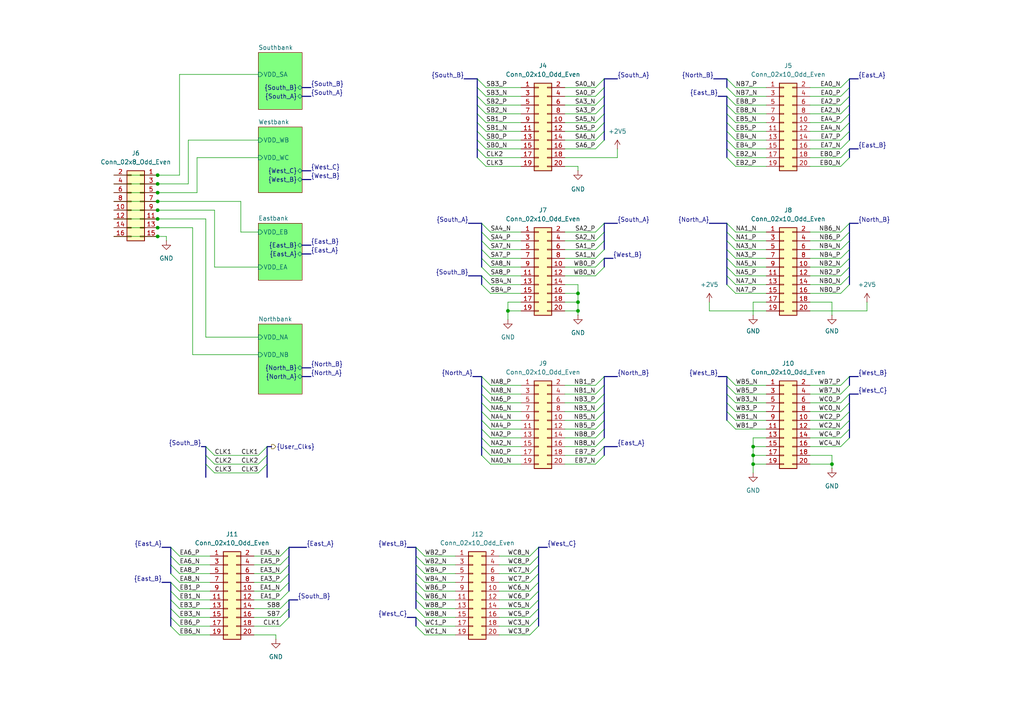
<source format=kicad_sch>
(kicad_sch (version 20231120) (generator "eeschema") (generator_version "8.0")
  (paper "A4")
  (title_block (title "SoM Programmer & Tester") (date "2024-12-20") (rev "0.1") (company "Technische Hochschule Köln") (comment 1 "Felix Sebastian Nitz"))
  (lib_symbols
    (symbol "Connector_Generic:Conn_02x08_Odd_Even" (pin_names (offset 1.016) hide)
      (property "Reference" "J" (at 1.27 10.16 0))
      (property "Value" "Conn_02x08_Odd_Even" (at 1.27 -12.7 0))
      (symbol "Conn_02x08_Odd_Even_1_1"
        (rectangle (start -1.27 -10.033) (end 0 -10.287) (stroke (width 0.1524)))
        (rectangle (start -1.27 -7.493) (end 0 -7.747) (stroke (width 0.1524)))
        (rectangle (start -1.27 -4.953) (end 0 -5.207) (stroke (width 0.1524)))
        (rectangle (start -1.27 -2.413) (end 0 -2.667) (stroke (width 0.1524)))
        (rectangle (start -1.27 0.127) (end 0 -0.127) (stroke (width 0.1524)))
        (rectangle (start -1.27 2.667) (end 0 2.413) (stroke (width 0.1524)))
        (rectangle (start -1.27 5.207) (end 0 4.953) (stroke (width 0.1524)))
        (rectangle (start -1.27 7.747) (end 0 7.493) (stroke (width 0.1524)))
        (rectangle (start -1.27 8.89) (end 3.81 -11.43) (stroke (width 0.254)) (fill (type background)))
        (rectangle (start 3.81 -10.033) (end 2.54 -10.287) (stroke (width 0.1524)))
        (rectangle (start 3.81 -7.493) (end 2.54 -7.747) (stroke (width 0.1524)))
        (rectangle (start 3.81 -4.953) (end 2.54 -5.207) (stroke (width 0.1524)))
        (rectangle (start 3.81 -2.413) (end 2.54 -2.667) (stroke (width 0.1524)))
        (rectangle (start 3.81 0.127) (end 2.54 -0.127) (stroke (width 0.1524)))
        (rectangle (start 3.81 2.667) (end 2.54 2.413) (stroke (width 0.1524)))
        (rectangle (start 3.81 5.207) (end 2.54 4.953) (stroke (width 0.1524)))
        (rectangle (start 3.81 7.747) (end 2.54 7.493) (stroke (width 0.1524)))
        (pin passive line (at -5.08 7.62 0) (length 3.81) (name "Pin_1") (number "1"))
        (pin passive line (at 7.62 -2.54 180) (length 3.81) (name "Pin_10") (number "10"))
        (pin passive line (at -5.08 -5.08 0) (length 3.81) (name "Pin_11") (number "11"))
        (pin passive line (at 7.62 -5.08 180) (length 3.81) (name "Pin_12") (number "12"))
        (pin passive line (at -5.08 -7.62 0) (length 3.81) (name "Pin_13") (number "13"))
        (pin passive line (at 7.62 -7.62 180) (length 3.81) (name "Pin_14") (number "14"))
        (pin passive line (at -5.08 -10.16 0) (length 3.81) (name "Pin_15") (number "15"))
        (pin passive line (at 7.62 -10.16 180) (length 3.81) (name "Pin_16") (number "16"))
        (pin passive line (at 7.62 7.62 180) (length 3.81) (name "Pin_2") (number "2"))
        (pin passive line (at -5.08 5.08 0) (length 3.81) (name "Pin_3") (number "3"))
        (pin passive line (at 7.62 5.08 180) (length 3.81) (name "Pin_4") (number "4"))
        (pin passive line (at -5.08 2.54 0) (length 3.81) (name "Pin_5") (number "5"))
        (pin passive line (at 7.62 2.54 180) (length 3.81) (name "Pin_6") (number "6"))
        (pin passive line (at -5.08 0 0) (length 3.81) (name "Pin_7") (number "7"))
        (pin passive line (at 7.62 0 180) (length 3.81) (name "Pin_8") (number "8"))
        (pin passive line (at -5.08 -2.54 0) (length 3.81) (name "Pin_9") (number "9"))
      )
    )
    (symbol "Connector_Generic:Conn_02x10_Odd_Even" (pin_names (offset 1.016) hide)
      (property "Reference" "J" (at 1.27 12.7 0))
      (property "Value" "Conn_02x10_Odd_Even" (at 1.27 -15.24 0))
      (symbol "Conn_02x10_Odd_Even_1_1"
        (rectangle (start -1.27 -12.573) (end 0 -12.827) (stroke (width 0.1524)))
        (rectangle (start -1.27 -10.033) (end 0 -10.287) (stroke (width 0.1524)))
        (rectangle (start -1.27 -7.493) (end 0 -7.747) (stroke (width 0.1524)))
        (rectangle (start -1.27 -4.953) (end 0 -5.207) (stroke (width 0.1524)))
        (rectangle (start -1.27 -2.413) (end 0 -2.667) (stroke (width 0.1524)))
        (rectangle (start -1.27 0.127) (end 0 -0.127) (stroke (width 0.1524)))
        (rectangle (start -1.27 2.667) (end 0 2.413) (stroke (width 0.1524)))
        (rectangle (start -1.27 5.207) (end 0 4.953) (stroke (width 0.1524)))
        (rectangle (start -1.27 7.747) (end 0 7.493) (stroke (width 0.1524)))
        (rectangle (start -1.27 10.287) (end 0 10.033) (stroke (width 0.1524)))
        (rectangle (start -1.27 11.43) (end 3.81 -13.97) (stroke (width 0.254)) (fill (type background)))
        (rectangle (start 3.81 -12.573) (end 2.54 -12.827) (stroke (width 0.1524)))
        (rectangle (start 3.81 -10.033) (end 2.54 -10.287) (stroke (width 0.1524)))
        (rectangle (start 3.81 -7.493) (end 2.54 -7.747) (stroke (width 0.1524)))
        (rectangle (start 3.81 -4.953) (end 2.54 -5.207) (stroke (width 0.1524)))
        (rectangle (start 3.81 -2.413) (end 2.54 -2.667) (stroke (width 0.1524)))
        (rectangle (start 3.81 0.127) (end 2.54 -0.127) (stroke (width 0.1524)))
        (rectangle (start 3.81 2.667) (end 2.54 2.413) (stroke (width 0.1524)))
        (rectangle (start 3.81 5.207) (end 2.54 4.953) (stroke (width 0.1524)))
        (rectangle (start 3.81 7.747) (end 2.54 7.493) (stroke (width 0.1524)))
        (rectangle (start 3.81 10.287) (end 2.54 10.033) (stroke (width 0.1524)))
        (pin passive line (at -5.08 10.16 0) (length 3.81) (name "Pin_1") (number "1"))
        (pin passive line (at 7.62 0 180) (length 3.81) (name "Pin_10") (number "10"))
        (pin passive line (at -5.08 -2.54 0) (length 3.81) (name "Pin_11") (number "11"))
        (pin passive line (at 7.62 -2.54 180) (length 3.81) (name "Pin_12") (number "12"))
        (pin passive line (at -5.08 -5.08 0) (length 3.81) (name "Pin_13") (number "13"))
        (pin passive line (at 7.62 -5.08 180) (length 3.81) (name "Pin_14") (number "14"))
        (pin passive line (at -5.08 -7.62 0) (length 3.81) (name "Pin_15") (number "15"))
        (pin passive line (at 7.62 -7.62 180) (length 3.81) (name "Pin_16") (number "16"))
        (pin passive line (at -5.08 -10.16 0) (length 3.81) (name "Pin_17") (number "17"))
        (pin passive line (at 7.62 -10.16 180) (length 3.81) (name "Pin_18") (number "18"))
        (pin passive line (at -5.08 -12.7 0) (length 3.81) (name "Pin_19") (number "19"))
        (pin passive line (at 7.62 10.16 180) (length 3.81) (name "Pin_2") (number "2"))
        (pin passive line (at 7.62 -12.7 180) (length 3.81) (name "Pin_20") (number "20"))
        (pin passive line (at -5.08 7.62 0) (length 3.81) (name "Pin_3") (number "3"))
        (pin passive line (at 7.62 7.62 180) (length 3.81) (name "Pin_4") (number "4"))
        (pin passive line (at -5.08 5.08 0) (length 3.81) (name "Pin_5") (number "5"))
        (pin passive line (at 7.62 5.08 180) (length 3.81) (name "Pin_6") (number "6"))
        (pin passive line (at -5.08 2.54 0) (length 3.81) (name "Pin_7") (number "7"))
        (pin passive line (at 7.62 2.54 180) (length 3.81) (name "Pin_8") (number "8"))
        (pin passive line (at -5.08 0 0) (length 3.81) (name "Pin_9") (number "9"))
      )
    )
    (symbol "power:+2V5" (power) (pin_numbers hide) (pin_names (offset 0) hide)
      (property "Value" "+2V5" (at 0 3.556 0))
      (symbol "+2V5_0_1"
        (polyline (pts (xy -0.762 1.27) (xy 0 2.54)))
        (polyline (pts (xy 0 0) (xy 0 2.54)))
        (polyline (pts (xy 0 2.54) (xy 0.762 1.27)))
      )
      (symbol "+2V5_1_1"
        (pin power_in line (at 0 0 90) (length 0) (name "~") (number "1"))
      )
    )
    (symbol "power:GND" (power) (pin_numbers hide) (pin_names (offset 0) hide)
      (property "Value" "GND" (at 0 -3.81 0))
      (symbol "GND_0_1"
        (polyline (pts (xy 0 0) (xy 0 -1.27) (xy 1.27 -1.27) (xy 0 -2.54) (xy -1.27 -1.27) (xy 0 -1.27)))
      )
      (symbol "GND_1_1"
        (pin power_in line (at 0 0 270) (length 0) (name "~") (number "1"))
      )
    )
  )
  (junction (at 147.32 90.17))
  (junction (at 45.72 58.42))
  (junction (at 45.72 50.8))
  (junction (at 45.72 63.5))
  (junction (at 45.72 53.34))
  (junction (at 218.44 132.08))
  (junction (at 45.72 55.88))
  (junction (at 45.72 68.58))
  (junction (at 167.64 90.17))
  (junction (at 167.64 85.09))
  (junction (at 45.72 66.04))
  (junction (at 241.3 134.62))
  (junction (at 167.64 87.63))
  (junction (at 218.44 129.54))
  (junction (at 45.72 60.96))
  (junction (at 218.44 134.62))
  (bus_entry (at 210.82 74.93) (size 2.54 2.54))
  (bus_entry (at 139.7 119.38) (size 2.54 2.54))
  (bus_entry (at 49.53 166.37) (size 2.54 2.54))
  (bus_entry (at 120.65 168.91) (size 2.54 2.54))
  (bus_entry (at 175.26 25.4) (size -2.54 2.54))
  (bus_entry (at 246.38 40.64) (size -2.54 2.54))
  (bus_entry (at 83.82 166.37) (size -2.54 2.54))
  (bus_entry (at 49.53 179.07) (size 2.54 2.54))
  (bus_entry (at 210.82 114.3) (size 2.54 2.54))
  (bus_entry (at 246.38 27.94) (size -2.54 2.54))
  (bus_entry (at 210.82 121.92) (size 2.54 2.54))
  (bus_entry (at 175.26 114.3) (size -2.54 2.54))
  (bus_entry (at 246.38 38.1) (size -2.54 2.54))
  (bus_entry (at 138.43 40.64) (size 2.54 2.54))
  (bus_entry (at 175.26 119.38) (size -2.54 2.54))
  (bus_entry (at 246.38 82.55) (size -2.54 2.54))
  (bus_entry (at 246.38 72.39) (size -2.54 2.54))
  (bus_entry (at 175.26 30.48) (size -2.54 2.54))
  (bus_entry (at 138.43 33.02) (size 2.54 2.54))
  (bus_entry (at 175.26 22.86) (size -2.54 2.54))
  (bus_entry (at 77.47 134.62) (size -2.54 2.54))
  (bus_entry (at 246.38 116.84) (size -2.54 2.54))
  (bus_entry (at 120.65 173.99) (size 2.54 2.54))
  (bus_entry (at 138.43 43.18) (size 2.54 2.54))
  (bus_entry (at 175.26 111.76) (size -2.54 2.54))
  (bus_entry (at 120.65 179.07) (size 2.54 2.54))
  (bus_entry (at 175.26 127) (size -2.54 2.54))
  (bus_entry (at 139.7 80.01) (size 2.54 2.54))
  (bus_entry (at 175.26 121.92) (size -2.54 2.54))
  (bus_entry (at 156.21 166.37) (size -2.54 2.54))
  (bus_entry (at 175.26 33.02) (size -2.54 2.54))
  (bus_entry (at 246.38 33.02) (size -2.54 2.54))
  (bus_entry (at 120.65 163.83) (size 2.54 2.54))
  (bus_entry (at 138.43 30.48) (size 2.54 2.54))
  (bus_entry (at 139.7 74.93) (size 2.54 2.54))
  (bus_entry (at 210.82 116.84) (size 2.54 2.54))
  (bus_entry (at 210.82 69.85) (size 2.54 2.54))
  (bus_entry (at 175.26 38.1) (size -2.54 2.54))
  (bus_entry (at 175.26 116.84) (size -2.54 2.54))
  (bus_entry (at 83.82 163.83) (size -2.54 2.54))
  (bus_entry (at 120.65 166.37) (size 2.54 2.54))
  (bus_entry (at 246.38 124.46) (size -2.54 2.54))
  (bus_entry (at 246.38 30.48) (size -2.54 2.54))
  (bus_entry (at 49.53 176.53) (size 2.54 2.54))
  (bus_entry (at 138.43 22.86) (size 2.54 2.54))
  (bus_entry (at 210.82 43.18) (size 2.54 2.54))
  (bus_entry (at 156.21 163.83) (size -2.54 2.54))
  (bus_entry (at 83.82 168.91) (size -2.54 2.54))
  (bus_entry (at 210.82 33.02) (size 2.54 2.54))
  (bus_entry (at 49.53 181.61) (size 2.54 2.54))
  (bus_entry (at 77.47 129.54) (size -2.54 2.54))
  (bus_entry (at 246.38 127) (size -2.54 2.54))
  (bus_entry (at 83.82 171.45) (size -2.54 2.54))
  (bus_entry (at 210.82 38.1) (size 2.54 2.54))
  (bus_entry (at 139.7 69.85) (size 2.54 2.54))
  (bus_entry (at 59.69 129.54) (size 2.54 2.54))
  (bus_entry (at 210.82 27.94) (size 2.54 2.54))
  (bus_entry (at 210.82 45.72) (size 2.54 2.54))
  (bus_entry (at 139.7 64.77) (size 2.54 2.54))
  (bus_entry (at 139.7 82.55) (size 2.54 2.54))
  (bus_entry (at 210.82 77.47) (size 2.54 2.54))
  (bus_entry (at 210.82 82.55) (size 2.54 2.54))
  (bus_entry (at 210.82 25.4) (size 2.54 2.54))
  (bus_entry (at 139.7 116.84) (size 2.54 2.54))
  (bus_entry (at 175.26 132.08) (size -2.54 2.54))
  (bus_entry (at 175.26 67.31) (size -2.54 2.54))
  (bus_entry (at 77.47 132.08) (size -2.54 2.54))
  (bus_entry (at 139.7 124.46) (size 2.54 2.54))
  (bus_entry (at 120.65 158.75) (size 2.54 2.54))
  (bus_entry (at 175.26 124.46) (size -2.54 2.54))
  (bus_entry (at 49.53 161.29) (size 2.54 2.54))
  (bus_entry (at 246.38 35.56) (size -2.54 2.54))
  (bus_entry (at 246.38 74.93) (size -2.54 2.54))
  (bus_entry (at 246.38 22.86) (size -2.54 2.54))
  (bus_entry (at 175.26 35.56) (size -2.54 2.54))
  (bus_entry (at 139.7 111.76) (size 2.54 2.54))
  (bus_entry (at 139.7 132.08) (size 2.54 2.54))
  (bus_entry (at 246.38 114.3) (size -2.54 2.54))
  (bus_entry (at 210.82 72.39) (size 2.54 2.54))
  (bus_entry (at 83.82 179.07) (size -2.54 2.54))
  (bus_entry (at 120.65 161.29) (size 2.54 2.54))
  (bus_entry (at 139.7 121.92) (size 2.54 2.54))
  (bus_entry (at 139.7 127) (size 2.54 2.54))
  (bus_entry (at 59.69 134.62) (size 2.54 2.54))
  (bus_entry (at 156.21 158.75) (size -2.54 2.54))
  (bus_entry (at 210.82 109.22) (size 2.54 2.54))
  (bus_entry (at 138.43 25.4) (size 2.54 2.54))
  (bus_entry (at 246.38 67.31) (size -2.54 2.54))
  (bus_entry (at 49.53 158.75) (size 2.54 2.54))
  (bus_entry (at 175.26 72.39) (size -2.54 2.54))
  (bus_entry (at 175.26 129.54) (size -2.54 2.54))
  (bus_entry (at 246.38 121.92) (size -2.54 2.54))
  (bus_entry (at 120.65 171.45) (size 2.54 2.54))
  (bus_entry (at 246.38 109.22) (size -2.54 2.54))
  (bus_entry (at 156.21 168.91) (size -2.54 2.54))
  (bus_entry (at 156.21 171.45) (size -2.54 2.54))
  (bus_entry (at 246.38 111.76) (size -2.54 2.54))
  (bus_entry (at 139.7 72.39) (size 2.54 2.54))
  (bus_entry (at 156.21 181.61) (size -2.54 2.54))
  (bus_entry (at 139.7 77.47) (size 2.54 2.54))
  (bus_entry (at 156.21 179.07) (size -2.54 2.54))
  (bus_entry (at 175.26 74.93) (size -2.54 2.54))
  (bus_entry (at 246.38 80.01) (size -2.54 2.54))
  (bus_entry (at 175.26 27.94) (size -2.54 2.54))
  (bus_entry (at 175.26 77.47) (size -2.54 2.54))
  (bus_entry (at 139.7 67.31) (size 2.54 2.54))
  (bus_entry (at 210.82 40.64) (size 2.54 2.54))
  (bus_entry (at 156.21 176.53) (size -2.54 2.54))
  (bus_entry (at 210.82 111.76) (size 2.54 2.54))
  (bus_entry (at 246.38 77.47) (size -2.54 2.54))
  (bus_entry (at 210.82 35.56) (size 2.54 2.54))
  (bus_entry (at 210.82 119.38) (size 2.54 2.54))
  (bus_entry (at 246.38 43.18) (size -2.54 2.54))
  (bus_entry (at 49.53 173.99) (size 2.54 2.54))
  (bus_entry (at 83.82 161.29) (size -2.54 2.54))
  (bus_entry (at 210.82 67.31) (size 2.54 2.54))
  (bus_entry (at 138.43 27.94) (size 2.54 2.54))
  (bus_entry (at 83.82 176.53) (size -2.54 2.54))
  (bus_entry (at 210.82 22.86) (size 2.54 2.54))
  (bus_entry (at 156.21 173.99) (size -2.54 2.54))
  (bus_entry (at 246.38 119.38) (size -2.54 2.54))
  (bus_entry (at 83.82 173.99) (size -2.54 2.54))
  (bus_entry (at 49.53 168.91) (size 2.54 2.54))
  (bus_entry (at 139.7 129.54) (size 2.54 2.54))
  (bus_entry (at 139.7 114.3) (size 2.54 2.54))
  (bus_entry (at 175.26 69.85) (size -2.54 2.54))
  (bus_entry (at 246.38 69.85) (size -2.54 2.54))
  (bus_entry (at 83.82 158.75) (size -2.54 2.54))
  (bus_entry (at 175.26 40.64) (size -2.54 2.54))
  (bus_entry (at 210.82 64.77) (size 2.54 2.54))
  (bus_entry (at 138.43 35.56) (size 2.54 2.54))
  (bus_entry (at 49.53 163.83) (size 2.54 2.54))
  (bus_entry (at 246.38 25.4) (size -2.54 2.54))
  (bus_entry (at 138.43 45.72) (size 2.54 2.54))
  (bus_entry (at 49.53 171.45) (size 2.54 2.54))
  (bus_entry (at 210.82 30.48) (size 2.54 2.54))
  (bus_entry (at 120.65 181.61) (size 2.54 2.54))
  (bus_entry (at 120.65 176.53) (size 2.54 2.54))
  (bus_entry (at 246.38 64.77) (size -2.54 2.54))
  (bus_entry (at 175.26 64.77) (size -2.54 2.54))
  (bus_entry (at 139.7 109.22) (size 2.54 2.54))
  (bus_entry (at 210.82 80.01) (size 2.54 2.54))
  (bus_entry (at 175.26 109.22) (size -2.54 2.54))
  (bus_entry (at 138.43 38.1) (size 2.54 2.54))
  (bus_entry (at 156.21 161.29) (size -2.54 2.54))
  (bus_entry (at 59.69 132.08) (size 2.54 2.54))
  (bus_entry (at 246.38 45.72) (size -2.54 2.54))
  (wire (pts (xy 234.95 38.1) (xy 243.84 38.1)))
  (wire (pts (xy 144.78 166.37) (xy 153.67 166.37)))
  (wire (pts (xy 62.23 137.16) (xy 74.93 137.16)))
  (bus (pts (xy 59.69 134.62) (xy 59.69 138.43)))
  (wire (pts (xy 73.66 163.83) (xy 81.28 163.83)))
  (wire (pts (xy 73.66 161.29) (xy 81.28 161.29)))
  (wire (pts (xy 241.3 132.08) (xy 241.3 134.62)))
  (wire (pts (xy 151.13 124.46) (xy 142.24 124.46)))
  (wire (pts (xy 62.23 132.08) (xy 74.93 132.08)))
  (wire (pts (xy 234.95 127) (xy 243.84 127)))
  (wire (pts (xy 52.07 21.59) (xy 74.93 21.59)))
  (wire (pts (xy 241.3 91.44) (xy 241.3 87.63)))
  (wire (pts (xy 140.97 33.02) (xy 151.13 33.02)))
  (wire (pts (xy 123.19 181.61) (xy 132.08 181.61)))
  (wire (pts (xy 213.36 114.3) (xy 222.25 114.3)))
  (bus (pts (xy 175.26 69.85) (xy 175.26 72.39)))
  (wire (pts (xy 55.88 66.04) (xy 55.88 102.87)))
  (wire (pts (xy 243.84 77.47) (xy 234.95 77.47)))
  (wire (pts (xy 218.44 129.54) (xy 218.44 132.08)))
  (bus (pts (xy 156.21 176.53) (xy 156.21 179.07)))
  (wire (pts (xy 151.13 129.54) (xy 142.24 129.54)))
  (wire (pts (xy 151.13 121.92) (xy 142.24 121.92)))
  (bus (pts (xy 78.74 129.54) (xy 77.47 129.54)))
  (bus (pts (xy 207.01 22.86) (xy 210.82 22.86)))
  (bus (pts (xy 156.21 173.99) (xy 156.21 176.53)))
  (wire (pts (xy 218.44 134.62) (xy 222.25 134.62)))
  (bus (pts (xy 156.21 161.29) (xy 156.21 163.83)))
  (bus (pts (xy 246.38 22.86) (xy 246.38 25.4)))
  (wire (pts (xy 33.02 50.8) (xy 45.72 50.8)))
  (wire (pts (xy 52.07 176.53) (xy 60.96 176.53)))
  (bus (pts (xy 135.89 80.01) (xy 139.7 80.01)))
  (wire (pts (xy 163.83 132.08) (xy 172.72 132.08)))
  (wire (pts (xy 52.07 161.29) (xy 60.96 161.29)))
  (bus (pts (xy 175.26 64.77) (xy 175.26 67.31)))
  (bus (pts (xy 248.92 109.22) (xy 246.38 109.22)))
  (bus (pts (xy 208.28 109.22) (xy 210.82 109.22)))
  (bus (pts (xy 138.43 22.86) (xy 138.43 25.4)))
  (wire (pts (xy 163.83 90.17) (xy 167.64 90.17)))
  (wire (pts (xy 234.95 111.76) (xy 243.84 111.76)))
  (bus (pts (xy 83.82 176.53) (xy 83.82 179.07)))
  (wire (pts (xy 33.02 66.04) (xy 45.72 66.04)))
  (wire (pts (xy 163.83 134.62) (xy 172.72 134.62)))
  (wire (pts (xy 234.95 30.48) (xy 243.84 30.48)))
  (bus (pts (xy 49.53 163.83) (xy 49.53 166.37)))
  (bus (pts (xy 210.82 27.94) (xy 210.82 30.48)))
  (wire (pts (xy 163.83 35.56) (xy 172.72 35.56)))
  (wire (pts (xy 140.97 30.48) (xy 151.13 30.48)))
  (wire (pts (xy 163.83 69.85) (xy 172.72 69.85)))
  (bus (pts (xy 83.82 163.83) (xy 83.82 166.37)))
  (wire (pts (xy 243.84 67.31) (xy 234.95 67.31)))
  (bus (pts (xy 210.82 22.86) (xy 210.82 25.4)))
  (bus (pts (xy 175.26 109.22) (xy 175.26 111.76)))
  (bus (pts (xy 87.63 27.94) (xy 90.17 27.94)))
  (wire (pts (xy 142.24 77.47) (xy 151.13 77.47)))
  (wire (pts (xy 144.78 181.61) (xy 153.67 181.61)))
  (bus (pts (xy 210.82 109.22) (xy 210.82 111.76)))
  (wire (pts (xy 234.95 25.4) (xy 243.84 25.4)))
  (wire (pts (xy 163.83 116.84) (xy 172.72 116.84)))
  (wire (pts (xy 234.95 116.84) (xy 243.84 116.84)))
  (wire (pts (xy 163.83 38.1) (xy 172.72 38.1)))
  (wire (pts (xy 251.46 90.17) (xy 234.95 90.17)))
  (wire (pts (xy 205.74 90.17) (xy 222.25 90.17)))
  (wire (pts (xy 218.44 132.08) (xy 222.25 132.08)))
  (wire (pts (xy 234.95 87.63) (xy 241.3 87.63)))
  (wire (pts (xy 140.97 27.94) (xy 151.13 27.94)))
  (bus (pts (xy 177.8 74.93) (xy 175.26 74.93)))
  (wire (pts (xy 213.36 40.64) (xy 222.25 40.64)))
  (bus (pts (xy 49.53 161.29) (xy 49.53 163.83)))
  (wire (pts (xy 144.78 173.99) (xy 153.67 173.99)))
  (wire (pts (xy 179.07 43.18) (xy 179.07 45.72)))
  (wire (pts (xy 52.07 21.59) (xy 52.07 50.8)))
  (wire (pts (xy 57.15 45.72) (xy 74.93 45.72)))
  (bus (pts (xy 156.21 163.83) (xy 156.21 166.37)))
  (bus (pts (xy 87.63 73.66) (xy 90.17 73.66)))
  (wire (pts (xy 213.36 67.31) (xy 222.25 67.31)))
  (bus (pts (xy 175.26 121.92) (xy 175.26 124.46)))
  (wire (pts (xy 213.36 45.72) (xy 222.25 45.72)))
  (wire (pts (xy 60.96 168.91) (xy 52.07 168.91)))
  (bus (pts (xy 158.75 158.75) (xy 156.21 158.75)))
  (bus (pts (xy 210.82 64.77) (xy 210.82 67.31)))
  (bus (pts (xy 138.43 27.94) (xy 138.43 30.48)))
  (bus (pts (xy 246.38 25.4) (xy 246.38 27.94)))
  (wire (pts (xy 73.66 168.91) (xy 81.28 168.91)))
  (wire (pts (xy 163.83 111.76) (xy 172.72 111.76)))
  (wire (pts (xy 163.83 119.38) (xy 172.72 119.38)))
  (wire (pts (xy 151.13 132.08) (xy 142.24 132.08)))
  (bus (pts (xy 83.82 161.29) (xy 83.82 163.83)))
  (bus (pts (xy 49.53 158.75) (xy 49.53 161.29)))
  (wire (pts (xy 241.3 134.62) (xy 241.3 135.89)))
  (bus (pts (xy 58.42 129.54) (xy 59.69 129.54)))
  (wire (pts (xy 33.02 68.58) (xy 45.72 68.58)))
  (bus (pts (xy 120.65 173.99) (xy 120.65 176.53)))
  (bus (pts (xy 179.07 64.77) (xy 175.26 64.77)))
  (bus (pts (xy 246.38 27.94) (xy 246.38 30.48)))
  (wire (pts (xy 234.95 134.62) (xy 241.3 134.62)))
  (wire (pts (xy 69.85 58.42) (xy 45.72 58.42)))
  (wire (pts (xy 213.36 38.1) (xy 222.25 38.1)))
  (wire (pts (xy 45.72 53.34) (xy 54.61 53.34)))
  (bus (pts (xy 210.82 67.31) (xy 210.82 69.85)))
  (wire (pts (xy 218.44 127) (xy 218.44 129.54)))
  (bus (pts (xy 135.89 64.77) (xy 139.7 64.77)))
  (wire (pts (xy 213.36 69.85) (xy 222.25 69.85)))
  (wire (pts (xy 213.36 85.09) (xy 222.25 85.09)))
  (bus (pts (xy 210.82 40.64) (xy 210.82 43.18)))
  (bus (pts (xy 246.38 77.47) (xy 246.38 80.01)))
  (bus (pts (xy 210.82 111.76) (xy 210.82 114.3)))
  (wire (pts (xy 123.19 179.07) (xy 132.08 179.07)))
  (wire (pts (xy 69.85 67.31) (xy 69.85 58.42)))
  (wire (pts (xy 52.07 181.61) (xy 60.96 181.61)))
  (bus (pts (xy 210.82 119.38) (xy 210.82 121.92)))
  (wire (pts (xy 234.95 129.54) (xy 243.84 129.54)))
  (bus (pts (xy 83.82 173.99) (xy 83.82 176.53)))
  (wire (pts (xy 222.25 25.4) (xy 213.36 25.4)))
  (wire (pts (xy 52.07 163.83) (xy 60.96 163.83)))
  (bus (pts (xy 246.38 35.56) (xy 246.38 38.1)))
  (wire (pts (xy 144.78 184.15) (xy 153.67 184.15)))
  (wire (pts (xy 167.64 48.26) (xy 167.64 49.53)))
  (bus (pts (xy 179.07 129.54) (xy 175.26 129.54)))
  (wire (pts (xy 45.72 66.04) (xy 55.88 66.04)))
  (bus (pts (xy 246.38 67.31) (xy 246.38 69.85)))
  (bus (pts (xy 175.26 129.54) (xy 175.26 132.08)))
  (bus (pts (xy 49.53 179.07) (xy 49.53 181.61)))
  (wire (pts (xy 213.36 72.39) (xy 222.25 72.39)))
  (wire (pts (xy 167.64 82.55) (xy 167.64 85.09)))
  (bus (pts (xy 138.43 25.4) (xy 138.43 27.94)))
  (bus (pts (xy 87.63 71.12) (xy 90.17 71.12)))
  (wire (pts (xy 213.36 77.47) (xy 222.25 77.47)))
  (bus (pts (xy 175.26 30.48) (xy 175.26 33.02)))
  (wire (pts (xy 151.13 114.3) (xy 142.24 114.3)))
  (bus (pts (xy 83.82 168.91) (xy 83.82 171.45)))
  (bus (pts (xy 87.63 49.53) (xy 90.17 49.53)))
  (bus (pts (xy 138.43 40.64) (xy 138.43 43.18)))
  (wire (pts (xy 243.84 74.93) (xy 234.95 74.93)))
  (wire (pts (xy 234.95 33.02) (xy 243.84 33.02)))
  (bus (pts (xy 248.92 64.77) (xy 246.38 64.77)))
  (wire (pts (xy 222.25 87.63) (xy 218.44 87.63)))
  (wire (pts (xy 234.95 43.18) (xy 243.84 43.18)))
  (wire (pts (xy 147.32 90.17) (xy 147.32 87.63)))
  (bus (pts (xy 210.82 43.18) (xy 210.82 45.72)))
  (wire (pts (xy 151.13 116.84) (xy 142.24 116.84)))
  (wire (pts (xy 147.32 92.71) (xy 147.32 90.17)))
  (bus (pts (xy 248.92 22.86) (xy 246.38 22.86)))
  (wire (pts (xy 243.84 82.55) (xy 234.95 82.55)))
  (wire (pts (xy 73.66 166.37) (xy 81.28 166.37)))
  (wire (pts (xy 73.66 184.15) (xy 80.01 184.15)))
  (bus (pts (xy 246.38 72.39) (xy 246.38 74.93)))
  (bus (pts (xy 77.47 132.08) (xy 77.47 134.62)))
  (wire (pts (xy 140.97 25.4) (xy 151.13 25.4)))
  (wire (pts (xy 55.88 102.87) (xy 74.93 102.87)))
  (wire (pts (xy 48.26 68.58) (xy 48.26 69.85)))
  (wire (pts (xy 243.84 48.26) (xy 234.95 48.26)))
  (wire (pts (xy 74.93 97.79) (xy 59.69 97.79)))
  (wire (pts (xy 167.64 82.55) (xy 163.83 82.55)))
  (wire (pts (xy 163.83 40.64) (xy 172.72 40.64)))
  (wire (pts (xy 80.01 184.15) (xy 80.01 185.42)))
  (wire (pts (xy 142.24 69.85) (xy 151.13 69.85)))
  (wire (pts (xy 213.36 111.76) (xy 222.25 111.76)))
  (bus (pts (xy 179.07 22.86) (xy 175.26 22.86)))
  (wire (pts (xy 147.32 87.63) (xy 151.13 87.63)))
  (wire (pts (xy 123.19 166.37) (xy 132.08 166.37)))
  (bus (pts (xy 156.21 171.45) (xy 156.21 173.99)))
  (bus (pts (xy 175.26 111.76) (xy 175.26 114.3)))
  (wire (pts (xy 163.83 80.01) (xy 172.72 80.01)))
  (bus (pts (xy 120.65 158.75) (xy 120.65 161.29)))
  (bus (pts (xy 88.9 158.75) (xy 83.82 158.75)))
  (bus (pts (xy 49.53 176.53) (xy 49.53 179.07)))
  (bus (pts (xy 175.26 67.31) (xy 175.26 69.85)))
  (wire (pts (xy 163.83 77.47) (xy 172.72 77.47)))
  (wire (pts (xy 144.78 179.07) (xy 153.67 179.07)))
  (bus (pts (xy 210.82 33.02) (xy 210.82 35.56)))
  (bus (pts (xy 139.7 119.38) (xy 139.7 121.92)))
  (wire (pts (xy 142.24 74.93) (xy 151.13 74.93)))
  (wire (pts (xy 140.97 38.1) (xy 151.13 38.1)))
  (bus (pts (xy 59.69 129.54) (xy 59.69 132.08)))
  (wire (pts (xy 218.44 137.16) (xy 218.44 134.62)))
  (wire (pts (xy 151.13 127) (xy 142.24 127)))
  (wire (pts (xy 213.36 121.92) (xy 222.25 121.92)))
  (wire (pts (xy 234.95 27.94) (xy 243.84 27.94)))
  (wire (pts (xy 144.78 176.53) (xy 153.67 176.53)))
  (bus (pts (xy 139.7 64.77) (xy 139.7 67.31)))
  (wire (pts (xy 163.83 33.02) (xy 172.72 33.02)))
  (bus (pts (xy 248.92 114.3) (xy 246.38 114.3)))
  (wire (pts (xy 167.64 85.09) (xy 167.64 87.63)))
  (wire (pts (xy 123.19 171.45) (xy 132.08 171.45)))
  (bus (pts (xy 156.21 166.37) (xy 156.21 168.91)))
  (wire (pts (xy 140.97 35.56) (xy 151.13 35.56)))
  (wire (pts (xy 140.97 45.72) (xy 151.13 45.72)))
  (wire (pts (xy 213.36 116.84) (xy 222.25 116.84)))
  (bus (pts (xy 139.7 124.46) (xy 139.7 127)))
  (bus (pts (xy 120.65 163.83) (xy 120.65 166.37)))
  (wire (pts (xy 52.07 171.45) (xy 60.96 171.45)))
  (bus (pts (xy 246.38 121.92) (xy 246.38 124.46)))
  (wire (pts (xy 54.61 40.64) (xy 74.93 40.64)))
  (wire (pts (xy 213.36 48.26) (xy 222.25 48.26)))
  (bus (pts (xy 139.7 121.92) (xy 139.7 124.46)))
  (wire (pts (xy 213.36 119.38) (xy 222.25 119.38)))
  (wire (pts (xy 218.44 129.54) (xy 222.25 129.54)))
  (wire (pts (xy 73.66 176.53) (xy 81.28 176.53)))
  (wire (pts (xy 144.78 163.83) (xy 153.67 163.83)))
  (bus (pts (xy 138.43 30.48) (xy 138.43 33.02)))
  (wire (pts (xy 151.13 134.62) (xy 142.24 134.62)))
  (bus (pts (xy 156.21 168.91) (xy 156.21 171.45)))
  (bus (pts (xy 118.11 158.75) (xy 120.65 158.75)))
  (wire (pts (xy 167.64 85.09) (xy 163.83 85.09)))
  (bus (pts (xy 138.43 35.56) (xy 138.43 38.1)))
  (wire (pts (xy 144.78 171.45) (xy 153.67 171.45)))
  (wire (pts (xy 243.84 69.85) (xy 234.95 69.85)))
  (wire (pts (xy 163.83 48.26) (xy 167.64 48.26)))
  (bus (pts (xy 205.74 64.77) (xy 210.82 64.77)))
  (bus (pts (xy 138.43 38.1) (xy 138.43 40.64)))
  (wire (pts (xy 218.44 87.63) (xy 218.44 91.44)))
  (wire (pts (xy 57.15 55.88) (xy 57.15 45.72)))
  (bus (pts (xy 246.38 74.93) (xy 246.38 77.47)))
  (wire (pts (xy 163.83 121.92) (xy 172.72 121.92)))
  (wire (pts (xy 52.07 179.07) (xy 60.96 179.07)))
  (wire (pts (xy 234.95 35.56) (xy 243.84 35.56)))
  (wire (pts (xy 167.64 87.63) (xy 167.64 90.17)))
  (wire (pts (xy 45.72 50.8) (xy 52.07 50.8)))
  (bus (pts (xy 87.63 52.07) (xy 90.17 52.07)))
  (bus (pts (xy 210.82 77.47) (xy 210.82 80.01)))
  (bus (pts (xy 246.38 43.18) (xy 246.38 45.72)))
  (wire (pts (xy 73.66 181.61) (xy 81.28 181.61)))
  (bus (pts (xy 208.28 27.94) (xy 210.82 27.94)))
  (wire (pts (xy 218.44 134.62) (xy 218.44 132.08)))
  (bus (pts (xy 175.26 27.94) (xy 175.26 30.48)))
  (bus (pts (xy 246.38 119.38) (xy 246.38 121.92)))
  (bus (pts (xy 175.26 25.4) (xy 175.26 27.94)))
  (wire (pts (xy 234.95 121.92) (xy 243.84 121.92)))
  (bus (pts (xy 46.99 168.91) (xy 49.53 168.91)))
  (bus (pts (xy 210.82 69.85) (xy 210.82 72.39)))
  (bus (pts (xy 83.82 158.75) (xy 83.82 161.29)))
  (wire (pts (xy 163.83 67.31) (xy 172.72 67.31)))
  (wire (pts (xy 60.96 166.37) (xy 52.07 166.37)))
  (bus (pts (xy 246.38 33.02) (xy 246.38 35.56)))
  (wire (pts (xy 59.69 97.79) (xy 59.69 63.5)))
  (wire (pts (xy 163.83 72.39) (xy 172.72 72.39)))
  (bus (pts (xy 139.7 127) (xy 139.7 129.54)))
  (wire (pts (xy 213.36 74.93) (xy 222.25 74.93)))
  (wire (pts (xy 151.13 111.76) (xy 142.24 111.76)))
  (bus (pts (xy 175.26 22.86) (xy 175.26 25.4)))
  (wire (pts (xy 163.83 129.54) (xy 172.72 129.54)))
  (wire (pts (xy 243.84 45.72) (xy 234.95 45.72)))
  (wire (pts (xy 213.36 124.46) (xy 222.25 124.46)))
  (bus (pts (xy 175.26 35.56) (xy 175.26 38.1)))
  (wire (pts (xy 52.07 184.15) (xy 60.96 184.15)))
  (wire (pts (xy 33.02 53.34) (xy 45.72 53.34)))
  (wire (pts (xy 62.23 60.96) (xy 62.23 77.47)))
  (bus (pts (xy 246.38 116.84) (xy 246.38 119.38)))
  (bus (pts (xy 49.53 173.99) (xy 49.53 176.53)))
  (bus (pts (xy 210.82 35.56) (xy 210.82 38.1)))
  (wire (pts (xy 163.83 87.63) (xy 167.64 87.63)))
  (bus (pts (xy 246.38 30.48) (xy 246.38 33.02)))
  (bus (pts (xy 77.47 129.54) (xy 77.47 132.08)))
  (wire (pts (xy 163.83 27.94) (xy 172.72 27.94)))
  (wire (pts (xy 151.13 119.38) (xy 142.24 119.38)))
  (bus (pts (xy 156.21 158.75) (xy 156.21 161.29)))
  (bus (pts (xy 139.7 111.76) (xy 139.7 114.3)))
  (bus (pts (xy 179.07 109.22) (xy 175.26 109.22)))
  (bus (pts (xy 139.7 109.22) (xy 139.7 111.76)))
  (wire (pts (xy 140.97 48.26) (xy 151.13 48.26)))
  (bus (pts (xy 139.7 114.3) (xy 139.7 116.84)))
  (wire (pts (xy 33.02 60.96) (xy 45.72 60.96)))
  (bus (pts (xy 156.21 179.07) (xy 156.21 181.61)))
  (bus (pts (xy 246.38 109.22) (xy 246.38 111.76)))
  (bus (pts (xy 246.38 114.3) (xy 246.38 116.84)))
  (bus (pts (xy 120.65 168.91) (xy 120.65 171.45)))
  (bus (pts (xy 77.47 134.62) (xy 77.47 138.43)))
  (bus (pts (xy 139.7 74.93) (xy 139.7 77.47)))
  (wire (pts (xy 243.84 72.39) (xy 234.95 72.39)))
  (wire (pts (xy 213.36 82.55) (xy 222.25 82.55)))
  (wire (pts (xy 142.24 72.39) (xy 151.13 72.39)))
  (bus (pts (xy 175.26 33.02) (xy 175.26 35.56)))
  (bus (pts (xy 246.38 124.46) (xy 246.38 127)))
  (wire (pts (xy 33.02 55.88) (xy 45.72 55.88)))
  (bus (pts (xy 120.65 166.37) (xy 120.65 168.91)))
  (wire (pts (xy 52.07 173.99) (xy 60.96 173.99)))
  (wire (pts (xy 222.25 27.94) (xy 213.36 27.94)))
  (wire (pts (xy 251.46 87.63) (xy 251.46 90.17)))
  (bus (pts (xy 248.92 43.18) (xy 246.38 43.18)))
  (wire (pts (xy 123.19 176.53) (xy 132.08 176.53)))
  (bus (pts (xy 210.82 80.01) (xy 210.82 82.55)))
  (bus (pts (xy 120.65 161.29) (xy 120.65 163.83)))
  (wire (pts (xy 140.97 43.18) (xy 151.13 43.18)))
  (wire (pts (xy 222.25 127) (xy 218.44 127)))
  (wire (pts (xy 142.24 67.31) (xy 151.13 67.31)))
  (bus (pts (xy 139.7 69.85) (xy 139.7 72.39)))
  (bus (pts (xy 175.26 119.38) (xy 175.26 121.92)))
  (bus (pts (xy 139.7 72.39) (xy 139.7 74.93)))
  (bus (pts (xy 120.65 171.45) (xy 120.65 173.99)))
  (bus (pts (xy 210.82 72.39) (xy 210.82 74.93)))
  (bus (pts (xy 175.26 124.46) (xy 175.26 127)))
  (wire (pts (xy 123.19 184.15) (xy 132.08 184.15)))
  (wire (pts (xy 62.23 77.47) (xy 74.93 77.47)))
  (wire (pts (xy 45.72 60.96) (xy 62.23 60.96)))
  (bus (pts (xy 210.82 114.3) (xy 210.82 116.84)))
  (bus (pts (xy 175.26 74.93) (xy 175.26 77.47)))
  (wire (pts (xy 142.24 85.09) (xy 151.13 85.09)))
  (wire (pts (xy 213.36 43.18) (xy 222.25 43.18)))
  (wire (pts (xy 33.02 63.5) (xy 45.72 63.5)))
  (bus (pts (xy 175.26 114.3) (xy 175.26 116.84)))
  (wire (pts (xy 45.72 55.88) (xy 57.15 55.88)))
  (bus (pts (xy 210.82 74.93) (xy 210.82 77.47)))
  (bus (pts (xy 246.38 64.77) (xy 246.38 67.31)))
  (bus (pts (xy 246.38 69.85) (xy 246.38 72.39)))
  (bus (pts (xy 120.65 179.07) (xy 120.65 181.61)))
  (wire (pts (xy 213.36 80.01) (xy 222.25 80.01)))
  (wire (pts (xy 234.95 40.64) (xy 243.84 40.64)))
  (bus (pts (xy 139.7 129.54) (xy 139.7 132.08)))
  (bus (pts (xy 46.99 158.75) (xy 49.53 158.75)))
  (bus (pts (xy 59.69 132.08) (xy 59.69 134.62)))
  (wire (pts (xy 163.83 124.46) (xy 172.72 124.46)))
  (wire (pts (xy 163.83 74.93) (xy 172.72 74.93)))
  (wire (pts (xy 45.72 63.5) (xy 59.69 63.5)))
  (wire (pts (xy 167.64 90.17) (xy 167.64 91.44)))
  (wire (pts (xy 213.36 30.48) (xy 222.25 30.48)))
  (wire (pts (xy 147.32 90.17) (xy 151.13 90.17)))
  (wire (pts (xy 243.84 80.01) (xy 234.95 80.01)))
  (wire (pts (xy 234.95 119.38) (xy 243.84 119.38)))
  (wire (pts (xy 163.83 45.72) (xy 179.07 45.72)))
  (bus (pts (xy 139.7 80.01) (xy 139.7 82.55)))
  (bus (pts (xy 139.7 67.31) (xy 139.7 69.85)))
  (wire (pts (xy 123.19 161.29) (xy 132.08 161.29)))
  (wire (pts (xy 213.36 35.56) (xy 222.25 35.56)))
  (wire (pts (xy 163.83 43.18) (xy 172.72 43.18)))
  (wire (pts (xy 144.78 168.91) (xy 153.67 168.91)))
  (wire (pts (xy 33.02 58.42) (xy 45.72 58.42)))
  (bus (pts (xy 86.36 173.99) (xy 83.82 173.99)))
  (bus (pts (xy 138.43 43.18) (xy 138.43 45.72)))
  (bus (pts (xy 246.38 80.01) (xy 246.38 82.55)))
  (wire (pts (xy 234.95 114.3) (xy 243.84 114.3)))
  (bus (pts (xy 175.26 38.1) (xy 175.26 40.64)))
  (wire (pts (xy 234.95 132.08) (xy 241.3 132.08)))
  (bus (pts (xy 137.16 109.22) (xy 139.7 109.22)))
  (wire (pts (xy 62.23 134.62) (xy 74.93 134.62)))
  (bus (pts (xy 134.62 22.86) (xy 138.43 22.86)))
  (bus (pts (xy 87.63 109.22) (xy 90.17 109.22)))
  (wire (pts (xy 144.78 161.29) (xy 153.67 161.29)))
  (wire (pts (xy 73.66 179.07) (xy 81.28 179.07)))
  (wire (pts (xy 142.24 82.55) (xy 151.13 82.55)))
  (wire (pts (xy 123.19 168.91) (xy 132.08 168.91)))
  (wire (pts (xy 213.36 33.02) (xy 222.25 33.02)))
  (wire (pts (xy 54.61 40.64) (xy 54.61 53.34)))
  (bus (pts (xy 49.53 171.45) (xy 49.53 173.99)))
  (wire (pts (xy 69.85 67.31) (xy 74.93 67.31)))
  (bus (pts (xy 210.82 38.1) (xy 210.82 40.64)))
  (wire (pts (xy 73.66 173.99) (xy 81.28 173.99)))
  (wire (pts (xy 163.83 30.48) (xy 172.72 30.48)))
  (wire (pts (xy 140.97 40.64) (xy 151.13 40.64)))
  (wire (pts (xy 163.83 114.3) (xy 172.72 114.3)))
  (bus (pts (xy 49.53 168.91) (xy 49.53 171.45)))
  (bus (pts (xy 83.82 166.37) (xy 83.82 168.91)))
  (wire (pts (xy 142.24 80.01) (xy 151.13 80.01)))
  (wire (pts (xy 123.19 173.99) (xy 132.08 173.99)))
  (bus (pts (xy 175.26 116.84) (xy 175.26 119.38)))
  (bus (pts (xy 87.63 106.68) (xy 90.17 106.68)))
  (wire (pts (xy 123.19 163.83) (xy 132.08 163.83)))
  (wire (pts (xy 205.74 87.63) (xy 205.74 90.17)))
  (wire (pts (xy 234.95 124.46) (xy 243.84 124.46)))
  (bus (pts (xy 138.43 33.02) (xy 138.43 35.56)))
  (wire (pts (xy 45.72 68.58) (xy 48.26 68.58)))
  (wire (pts (xy 163.83 127) (xy 172.72 127)))
  (wire (pts (xy 243.84 85.09) (xy 234.95 85.09)))
  (bus (pts (xy 139.7 116.84) (xy 139.7 119.38)))
  (wire (pts (xy 73.66 171.45) (xy 81.28 171.45)))
  (bus (pts (xy 210.82 116.84) (xy 210.82 119.38)))
  (bus (pts (xy 210.82 30.48) (xy 210.82 33.02)))
  (wire (pts (xy 163.83 25.4) (xy 172.72 25.4)))
  (bus (pts (xy 246.38 38.1) (xy 246.38 40.64)))
  (bus (pts (xy 87.63 25.4) (xy 90.17 25.4)))
  (bus (pts (xy 118.11 179.07) (xy 120.65 179.07)))
  (label "WB0_P" (at 172.72 77.47 180))
  (label "EB4_P" (at 213.36 43.18 0))
  (label "WB6_N" (at 123.19 173.99 0))
  (label "{West_C}" (at 248.92 114.3 0))
  (label "EB5_N" (at 213.36 35.56 0))
  (label "WC4_P" (at 243.84 127 180))
  (label "{South_A}" (at 179.07 22.86 0))
  (label "EA1_N" (at 81.28 171.45 180))
  (label "WC0_N" (at 243.84 119.38 180))
  (label "EB8_N" (at 213.36 33.02 0))
  (label "EB4_N" (at 213.36 40.64 0))
  (label "EB1_P" (at 52.07 171.45 0))
  (label "{South_B}" (at 134.62 22.86 180))
  (label "{North_A}" (at 137.16 109.22 180))
  (label "CLK3" (at 62.23 137.16 0))
  (label "CLK2" (at 62.23 134.62 0))
  (label "WC6_P" (at 153.67 173.99 180))
  (label "NA2_N" (at 142.24 129.54 0))
  (label "EA4_P" (at 243.84 35.56 180))
  (label "{East_A}" (at 88.9 158.75 0))
  (label "{West_B}" (at 118.11 158.75 180))
  (label "{North_A}" (at 205.74 64.77 180))
  (label "NB5_P" (at 172.72 124.46 180))
  (label "CLK1" (at 62.23 132.08 0))
  (label "SA8_N" (at 142.24 77.47 0))
  (label "SB0_N" (at 140.97 43.18 0))
  (label "WB7_N" (at 243.84 114.3 180))
  (label "SA6_N" (at 172.72 40.64 180))
  (label "EA3_N" (at 81.28 166.37 180))
  (label "WB5_P" (at 213.36 114.3 0))
  (label "SB7" (at 81.28 179.07 180))
  (label "{East_B}" (at 90.17 71.12 0))
  (label "EB3_P" (at 52.07 176.53 0))
  (label "NA0_N" (at 142.24 134.62 0))
  (label "{West_B}" (at 90.17 52.07 0))
  (label "WB2_P" (at 123.19 161.29 0))
  (label "{East_A}" (at 248.92 22.86 0))
  (label "EB2_P" (at 213.36 48.26 0))
  (label "{South_A}" (at 135.89 64.77 180))
  (label "SA0_N" (at 172.72 25.4 180))
  (label "{West_C}" (at 90.17 49.53 0))
  (label "SA4_N" (at 142.24 67.31 0))
  (label "{East_B}" (at 248.92 43.18 0))
  (label "{South_A}" (at 90.17 27.94 0))
  (label "NB2_P" (at 243.84 80.01 180))
  (label "NA8_P" (at 142.24 111.76 0))
  (label "NA7_P" (at 213.36 85.09 0))
  (label "EB1_N" (at 52.07 173.99 0))
  (label "WC8_N" (at 153.67 161.29 180))
  (label "SB4_N" (at 142.24 82.55 0))
  (label "CLK3" (at 74.93 137.16 180))
  (label "EA1_P" (at 81.28 173.99 180))
  (label "NA7_N" (at 213.36 82.55 0))
  (label "SA2_P" (at 172.72 67.31 180))
  (label "WB1_N" (at 213.36 121.92 0))
  (label "EA8_P" (at 52.07 166.37 0))
  (label "NB3_N" (at 172.72 119.38 180))
  (label "SB3_P" (at 140.97 25.4 0))
  (label "EA0_N" (at 243.84 25.4 180))
  (label "WC8_P" (at 153.67 163.83 180))
  (label "SA0_P" (at 172.72 27.94 180))
  (label "{North_B}" (at 90.17 106.68 0))
  (label "{West_B}" (at 248.92 109.22 0))
  (label "WB2_N" (at 123.19 163.83 0))
  (label "WC7_P" (at 153.67 168.91 180))
  (label "NB6_P" (at 243.84 69.85 180))
  (label "{East_B}" (at 208.28 27.94 180))
  (label "SB8" (at 81.28 176.53 180))
  (label "{East_B}" (at 46.99 168.91 180))
  (label "{West_B}" (at 177.8 74.93 0))
  (label "WB3_N" (at 213.36 116.84 0))
  (label "NA1_P" (at 213.36 69.85 0))
  (label "WB3_P" (at 213.36 119.38 0))
  (label "NA3_N" (at 213.36 72.39 0))
  (label "NA8_N" (at 142.24 114.3 0))
  (label "{South_A}" (at 179.07 64.77 0))
  (label "NB4_P" (at 243.84 74.93 180))
  (label "EA5_N" (at 81.28 161.29 180))
  (label "WB6_P" (at 123.19 171.45 0))
  (label "SA6_P" (at 172.72 43.18 180))
  (label "WC5_P" (at 153.67 179.07 180))
  (label "{North_B}" (at 248.92 64.77 0))
  (label "NB5_N" (at 172.72 121.92 180))
  (label "{West_C}" (at 118.11 179.07 180))
  (label "EA7_N" (at 243.84 43.18 180))
  (label "EB2_N" (at 213.36 45.72 0))
  (label "SA7_P" (at 142.24 74.93 0))
  (label "NA4_P" (at 142.24 124.46 0))
  (label "{North_B}" (at 207.01 22.86 180))
  (label "EB8_P" (at 213.36 30.48 0))
  (label "EA8_N" (at 52.07 168.91 0))
  (label "SA1_N" (at 172.72 74.93 180))
  (label "NA5_N" (at 213.36 77.47 0))
  (label "WB7_P" (at 243.84 111.76 180))
  (label "EB6_N" (at 52.07 184.15 0))
  (label "CLK2" (at 74.93 134.62 180))
  (label "WB1_P" (at 213.36 124.46 0))
  (label "NB8_P" (at 172.72 127 180))
  (label "NA5_P" (at 213.36 80.01 0))
  (label "EA7_P" (at 243.84 40.64 180))
  (label "EB7_P" (at 172.72 132.08 180))
  (label "WB8_P" (at 123.19 176.53 0))
  (label "WC2_P" (at 243.84 121.92 180))
  (label "NA4_N" (at 142.24 121.92 0))
  (label "CLK2" (at 140.97 45.72 0))
  (label "NB7_P" (at 213.36 25.4 0))
  (label "SA8_P" (at 142.24 80.01 0))
  (label "{North_B}" (at 179.07 109.22 0))
  (label "WB5_N" (at 213.36 111.76 0))
  (label "WB4_N" (at 123.19 168.91 0))
  (label "WC2_N" (at 243.84 124.46 180))
  (label "CLK3" (at 140.97 48.26 0))
  (label "EB7_N" (at 172.72 134.62 180))
  (label "WC1_N" (at 123.19 184.15 0))
  (label "NA2_P" (at 142.24 127 0))
  (label "EA3_P" (at 81.28 168.91 180))
  (label "WC7_N" (at 153.67 166.37 180))
  (label "EA6_P" (at 52.07 161.29 0))
  (label "NB8_N" (at 172.72 129.54 180))
  (label "CLK1" (at 74.93 132.08 180))
  (label "SB3_N" (at 140.97 27.94 0))
  (label "{South_B}" (at 86.36 173.99 0))
  (label "SB1_N" (at 140.97 38.1 0))
  (label "WC5_N" (at 153.67 176.53 180))
  (label "SA4_P" (at 142.24 69.85 0))
  (label "NA3_P" (at 213.36 74.93 0))
  (label "NA6_N" (at 142.24 119.38 0))
  (label "WC0_P" (at 243.84 116.84 180))
  (label "EB6_P" (at 52.07 181.61 0))
  (label "{West_C}" (at 158.75 158.75 0))
  (label "SB2_N" (at 140.97 33.02 0))
  (label "SA2_N" (at 172.72 69.85 180))
  (label "WB4_P" (at 123.19 166.37 0))
  (label "{South_B}" (at 135.89 80.01 180))
  (label "{South_B}" (at 90.17 25.4 0))
  (label "EB0_P" (at 243.84 45.72 180))
  (label "SB4_P" (at 142.24 85.09 0))
  (label "SA5_N" (at 172.72 35.56 180))
  (label "WC3_N" (at 153.67 181.61 180))
  (label "NB1_N" (at 172.72 114.3 180))
  (label "WC6_N" (at 153.67 171.45 180))
  (label "EA2_N" (at 243.84 33.02 180))
  (label "WC3_P" (at 153.67 184.15 180))
  (label "NB1_P" (at 172.72 111.76 180))
  (label "EA0_P" (at 243.84 27.94 180))
  (label "{South_B}" (at 58.42 129.54 180))
  (label "NB2_N" (at 243.84 77.47 180))
  (label "{East_A}" (at 179.07 129.54 0))
  (label "{North_A}" (at 90.17 109.22 0))
  (label "{East_A}" (at 46.99 158.75 180))
  (label "SA3_P" (at 172.72 33.02 180))
  (label "EB0_N" (at 243.84 48.26 180))
  (label "EB3_N" (at 52.07 179.07 0))
  (label "SA5_P" (at 172.72 38.1 180))
  (label "NB0_N" (at 243.84 82.55 180))
  (label "WB8_N" (at 123.19 179.07 0))
  (label "EA4_N" (at 243.84 38.1 180))
  (label "SB2_P" (at 140.97 30.48 0))
  (label "NB3_P" (at 172.72 116.84 180))
  (label "NA1_N" (at 213.36 67.31 0))
  (label "EB5_P" (at 213.36 38.1 0))
  (label "EA5_P" (at 81.28 163.83 180))
  (label "SA1_P" (at 172.72 72.39 180))
  (label "EA6_N" (at 52.07 163.83 0))
  (label "NB4_N" (at 243.84 72.39 180))
  (label "WC4_N" (at 243.84 129.54 180))
  (label "SB0_P" (at 140.97 40.64 0))
  (label "EA2_P" (at 243.84 30.48 180))
  (label "CLK1" (at 81.28 181.61 180))
  (label "NB6_N" (at 243.84 67.31 180))
  (label "SB1_P" (at 140.97 35.56 0))
  (label "SA7_N" (at 142.24 72.39 0))
  (label "{East_A}" (at 90.17 73.66 0))
  (label "NB0_P" (at 243.84 85.09 180))
  (label "NA0_P" (at 142.24 132.08 0))
  (label "NB7_N" (at 213.36 27.94 0))
  (label "{West_B}" (at 208.28 109.22 180))
  (label "WC1_P" (at 123.19 181.61 0))
  (label "WB0_N" (at 172.72 80.01 180))
  (label "SA3_N" (at 172.72 30.48 180))
  (label "NA6_P" (at 142.24 116.84 0))
  (hierarchical_label "{User_Clks}" (shape output) (at 78.74 129.54 0))
  (symbol (lib_id "power:+2V5") (at 179.07 43.18 0) (unit 1)
    (property "Reference" "#PWR0210" (effects (hide yes)))
    (property "Value" "+2V5" (at 179.07 38.1 0))
    (property "Description" "Power symbol creates a global label with name \"+2V5\"" (effects (hide yes)))
  )
  (symbol (lib_id "Connector_Generic:Conn_02x10_Odd_Even") (at 137.16 171.45 0) (unit 1)
    (property "Reference" "J12" (at 138.43 154.94 0))
    (property "Value" "Conn_02x10_Odd_Even" (at 138.43 157.48 0))
    (property "Footprint" "Connector_PinHeader_2.54mm:PinHeader_2x10_P2.54mm_Vertical" (effects (hide yes)))
    (property "Description" "Generic connector, double row, 02x10, odd/even pin numbering scheme (row 1 odd numbers, row 2 even numbers), script generated (kicad-library-utils/schlib/autogen/connector/)" (effects (hide yes)))
    (property "Mouser Part Number" "649-1012938192002BLF" (effects (hide yes)))
  )
  (symbol (lib_id "Connector_Generic:Conn_02x10_Odd_Even") (at 66.04 171.45 0) (unit 1)
    (property "Reference" "J11" (at 67.31 154.94 0))
    (property "Value" "Conn_02x10_Odd_Even" (at 67.31 157.48 0))
    (property "Footprint" "Connector_PinHeader_2.54mm:PinHeader_2x10_P2.54mm_Vertical" (effects (hide yes)))
    (property "Description" "Generic connector, double row, 02x10, odd/even pin numbering scheme (row 1 odd numbers, row 2 even numbers), script generated (kicad-library-utils/schlib/autogen/connector/)" (effects (hide yes)))
    (property "Mouser Part Number" "649-1012938192002BLF" (effects (hide yes)))
  )
  (symbol (lib_id "Connector_Generic:Conn_02x10_Odd_Even") (at 156.21 121.92 0) (unit 1)
    (property "Reference" "J9" (at 157.48 105.41 0))
    (property "Value" "Conn_02x10_Odd_Even" (at 157.48 107.95 0))
    (property "Footprint" "Connector_PinHeader_2.54mm:PinHeader_2x10_P2.54mm_Vertical" (effects (hide yes)))
    (property "Description" "Generic connector, double row, 02x10, odd/even pin numbering scheme (row 1 odd numbers, row 2 even numbers), script generated (kicad-library-utils/schlib/autogen/connector/)" (effects (hide yes)))
    (property "Mouser Part Number" "649-1012938192002BLF" (effects (hide yes)))
  )
  (symbol (lib_id "power:GND") (at 167.64 91.44 0) (unit 1)
    (property "Reference" "#PWR0216" (effects (hide yes)))
    (property "Value" "GND" (at 167.64 96.52 0))
    (property "Description" "Power symbol creates a global label with name \"GND\" , ground" (effects (hide yes)))
  )
  (symbol (lib_id "power:+2V5") (at 251.46 87.63 0) (unit 1)
    (property "Reference" "#PWR0213" (effects (hide yes)))
    (property "Value" "+2V5" (at 251.46 82.55 0))
    (property "Description" "Power symbol creates a global label with name \"+2V5\"" (effects (hide yes)))
  )
  (symbol (lib_id "power:GND") (at 48.26 69.85 0) (unit 1)
    (property "Reference" "#PWR023" (effects (hide yes)))
    (property "Value" "GND" (at 48.26 74.93 0))
    (property "Description" "Power symbol creates a global label with name \"GND\" , ground" (effects (hide yes)))
  )
  (symbol (lib_id "power:+2V5") (at 205.74 87.63 0) (mirror y) (unit 1)
    (property "Reference" "#PWR0214" (effects (hide yes)))
    (property "Value" "+2V5" (at 205.74 82.55 0))
    (property "Description" "Power symbol creates a global label with name \"+2V5\"" (effects (hide yes)))
  )
  (symbol (lib_id "power:GND") (at 218.44 91.44 0) (unit 1)
    (property "Reference" "#PWR0212" (effects (hide yes)))
    (property "Value" "GND" (at 218.44 96.012 0))
    (property "Description" "Power symbol creates a global label with name \"GND\" , ground" (effects (hide yes)))
  )
  (symbol (lib_id "power:GND") (at 147.32 92.71 0) (unit 1)
    (property "Reference" "#PWR0217" (effects (hide yes)))
    (property "Value" "GND" (at 147.32 97.79 0))
    (property "Description" "Power symbol creates a global label with name \"GND\" , ground" (effects (hide yes)))
  )
  (symbol (lib_id "power:GND") (at 218.44 137.16 0) (unit 1)
    (property "Reference" "#PWR0219" (effects (hide yes)))
    (property "Value" "GND" (at 218.44 142.24 0))
    (property "Description" "Power symbol creates a global label with name \"GND\" , ground" (effects (hide yes)))
  )
  (symbol (lib_id "Connector_Generic:Conn_02x10_Odd_Even") (at 156.21 35.56 0) (unit 1)
    (property "Reference" "J4" (at 157.48 19.05 0))
    (property "Value" "Conn_02x10_Odd_Even" (at 157.48 21.59 0))
    (property "Footprint" "Connector_PinHeader_2.54mm:PinHeader_2x10_P2.54mm_Vertical" (effects (hide yes)))
    (property "Description" "Generic connector, double row, 02x10, odd/even pin numbering scheme (row 1 odd numbers, row 2 even numbers), script generated (kicad-library-utils/schlib/autogen/connector/)" (effects (hide yes)))
    (property "Mouser Part Number" "649-1012938192002BLF" (effects (hide yes)))
  )
  (symbol (lib_id "Connector_Generic:Conn_02x10_Odd_Even") (at 227.33 35.56 0) (unit 1)
    (property "Reference" "J5" (at 228.6 19.05 0))
    (property "Value" "Conn_02x10_Odd_Even" (at 228.6 21.59 0))
    (property "Footprint" "Connector_PinHeader_2.54mm:PinHeader_2x10_P2.54mm_Vertical" (effects (hide yes)))
    (property "Description" "Generic connector, double row, 02x10, odd/even pin numbering scheme (row 1 odd numbers, row 2 even numbers), script generated (kicad-library-utils/schlib/autogen/connector/)" (effects (hide yes)))
    (property "Mouser Part Number" "649-1012938192002BLF" (effects (hide yes)))
  )
  (symbol (lib_id "Connector_Generic:Conn_02x10_Odd_Even") (at 156.21 77.47 0) (unit 1)
    (property "Reference" "J7" (at 157.48 60.96 0))
    (property "Value" "Conn_02x10_Odd_Even" (at 157.48 63.5 0))
    (property "Footprint" "Connector_PinHeader_2.54mm:PinHeader_2x10_P2.54mm_Vertical" (effects (hide yes)))
    (property "Description" "Generic connector, double row, 02x10, odd/even pin numbering scheme (row 1 odd numbers, row 2 even numbers), script generated (kicad-library-utils/schlib/autogen/connector/)" (effects (hide yes)))
    (property "Mouser Part Number" "649-1012938192002BLF" (effects (hide yes)))
  )
  (symbol (lib_id "Connector_Generic:Conn_02x10_Odd_Even") (at 227.33 77.47 0) (unit 1)
    (property "Reference" "J8" (at 228.6 60.96 0))
    (property "Value" "Conn_02x10_Odd_Even" (at 228.6 63.5 0))
    (property "Footprint" "Connector_PinHeader_2.54mm:PinHeader_2x10_P2.54mm_Vertical" (effects (hide yes)))
    (property "Description" "Generic connector, double row, 02x10, odd/even pin numbering scheme (row 1 odd numbers, row 2 even numbers), script generated (kicad-library-utils/schlib/autogen/connector/)" (effects (hide yes)))
    (property "Mouser Part Number" "649-1012938192002BLF" (effects (hide yes)))
  )
  (symbol (lib_id "power:GND") (at 80.01 185.42 0) (unit 1)
    (property "Reference" "#PWR0215" (effects (hide yes)))
    (property "Value" "GND" (at 80.01 190.5 0))
    (property "Description" "Power symbol creates a global label with name \"GND\" , ground" (effects (hide yes)))
  )
  (symbol (lib_id "Connector_Generic:Conn_02x08_Odd_Even") (at 40.64 58.42 0) (mirror y) (unit 1)
    (property "Reference" "J6" (at 39.37 44.45 0))
    (property "Value" "Conn_02x8_Odd_Even" (at 39.37 46.99 0))
    (property "Footprint" "Connector_PinHeader_2.54mm:PinHeader_2x08_P2.54mm_Vertical" (effects (hide yes)))
    (property "Description" "Generic connector, double row, 02x08, odd/even pin numbering scheme (row 1 odd numbers, row 2 even numbers), script generated (kicad-library-utils/schlib/autogen/connector/)" (effects (hide yes)))
    (property "Mouser Part Number" "649-1012938191601BLF" (effects (hide yes)))
  )
  (symbol (lib_id "power:GND") (at 241.3 91.44 0) (unit 1)
    (property "Reference" "#PWR0211" (effects (hide yes)))
    (property "Value" "GND" (at 241.3 96.012 0))
    (property "Description" "Power symbol creates a global label with name \"GND\" , ground" (effects (hide yes)))
  )
  (symbol (lib_id "power:GND") (at 167.64 49.53 0) (unit 1)
    (property "Reference" "#PWR0209" (effects (hide yes)))
    (property "Value" "GND" (at 167.64 54.864 0))
    (property "Description" "Power symbol creates a global label with name \"GND\" , ground" (effects (hide yes)))
  )
  (symbol (lib_id "power:GND") (at 241.3 135.89 0) (unit 1)
    (property "Reference" "#PWR0218" (effects (hide yes)))
    (property "Value" "GND" (at 241.3 140.97 0))
    (property "Description" "Power symbol creates a global label with name \"GND\" , ground" (effects (hide yes)))
  )
  (symbol (lib_id "Connector_Generic:Conn_02x10_Odd_Even") (at 227.33 121.92 0) (unit 1)
    (property "Reference" "J10" (at 228.6 105.41 0))
    (property "Value" "Conn_02x10_Odd_Even" (at 228.6 107.95 0))
    (property "Footprint" "Connector_PinHeader_2.54mm:PinHeader_2x10_P2.54mm_Vertical" (effects (hide yes)))
    (property "Description" "Generic connector, double row, 02x10, odd/even pin numbering scheme (row 1 odd numbers, row 2 even numbers), script generated (kicad-library-utils/schlib/autogen/connector/)" (effects (hide yes)))
    (property "Mouser Part Number" "649-1012938192002BLF" (effects (hide yes)))
  )
  (sheet (at 74.93 93.98) (size 12.7 20.32) (stroke (width 0.1524)) (fill (color 128 255 128 1.0000))
    (property "Sheetname" "Northbank" (at 74.93 93.2684 0) (effects (justify left bottom)))
    (property "Sheetfile" "Northbank.kicad_sch" (effects (hide yes)))
    (pin "VDD_NA" input (at 74.93 97.79 180))
    (pin "VDD_NB" input (at 74.93 102.87 180))
    (pin "{North_A}" bidirectional (at 87.63 109.22 0))
    (pin "{North_B}" bidirectional (at 87.63 106.68 0))
  )
  (sheet (at 74.93 15.24) (size 12.7 16.51) (stroke (width 0.1524)) (fill (color 128 255 128 1.0000))
    (property "Sheetname" "Southbank" (at 74.93 14.5284 0) (effects (justify left bottom)))
    (property "Sheetfile" "Southbank.kicad_sch" (effects (hide yes)))
    (pin "VDD_SA" input (at 74.93 21.59 180))
    (pin "{South_B}" bidirectional (at 87.63 25.4 0))
    (pin "{South_A}" bidirectional (at 87.63 27.94 0))
  )
  (sheet (at 74.93 36.83) (size 12.7 19.05) (stroke (width 0.1524)) (fill (color 128 255 128 1.0000))
    (property "Sheetname" "Westbank" (at 74.93 36.1184 0) (effects (justify left bottom)))
    (property "Sheetfile" "Westbank.kicad_sch" (effects (hide yes)))
    (pin "VDD_WB" input (at 74.93 40.64 180))
    (pin "VDD_WC" input (at 74.93 45.72 180))
    (pin "{West_C}" bidirectional (at 87.63 49.53 0))
    (pin "{West_B}" bidirectional (at 87.63 52.07 0))
  )
  (sheet (at 74.93 64.77) (size 12.7 16.51) (stroke (width 0.1524)) (fill (color 128 255 128 1.0000))
    (property "Sheetname" "Eastbank" (at 74.93 64.0584 0) (effects (justify left bottom)))
    (property "Sheetfile" "Eastbank.kicad_sch" (effects (hide yes)))
    (pin "VDD_EB" input (at 74.93 67.31 180))
    (pin "VDD_EA" input (at 74.93 77.47 180))
    (pin "{East_B}" bidirectional (at 87.63 71.12 0))
    (pin "{East_A}" bidirectional (at 87.63 73.66 0))
  )
)
</source>
